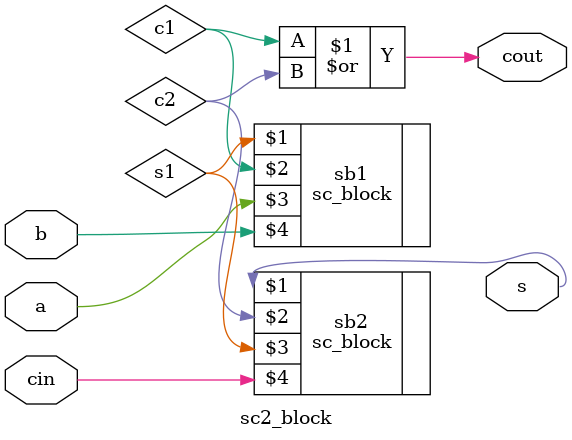
<source format=v>

module sc2_block(s, cout, a, b, cin);


	output s, cout;
	input a, b, cin;
	wire s1, c1, c2;
	
	sc_block sb1(s1, c1, a, b);
	sc_block sb2(s, c2, s1, cin);

	or o1(cout, c1, c2);





endmodule // sc2_block

</source>
